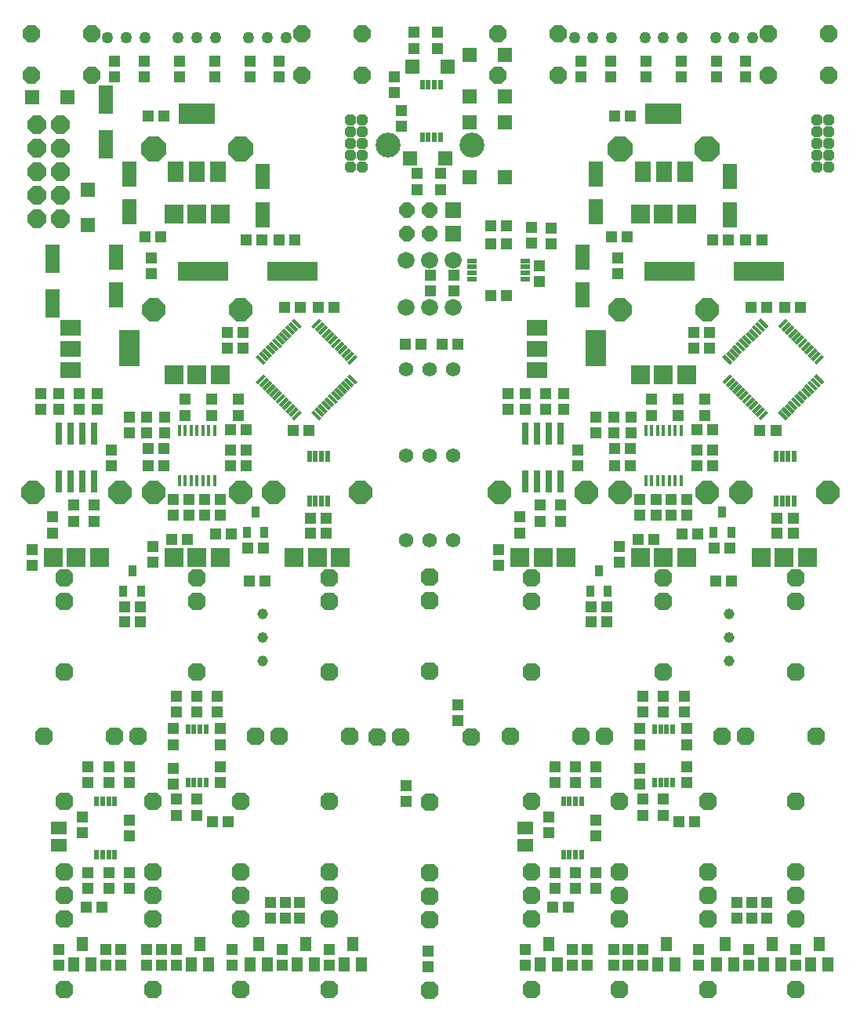
<source format=gts>
G75*
%MOIN*%
%OFA0B0*%
%FSLAX25Y25*%
%IPPOS*%
%LPD*%
%AMOC8*
5,1,8,0,0,1.08239X$1,22.5*
%
%ADD10R,0.08000X0.08000*%
%ADD11OC8,0.09680*%
%ADD12OC8,0.10600*%
%ADD13OC8,0.07200*%
%ADD14R,0.01600X0.04537*%
%ADD15R,0.04537X0.01600*%
%ADD16R,0.21600X0.08200*%
%ADD17R,0.04931X0.04537*%
%ADD18OC8,0.04800*%
%ADD19R,0.01800X0.04500*%
%ADD20R,0.04537X0.04931*%
%ADD21R,0.02962X0.09261*%
%ADD22R,0.04537X0.06112*%
%ADD23R,0.03356X0.04537*%
%ADD24R,0.06112X0.10836*%
%ADD25R,0.08500X0.06500*%
%ADD26R,0.08500X0.15600*%
%ADD27R,0.06500X0.08500*%
%ADD28R,0.15600X0.08500*%
%ADD29C,0.04956*%
%ADD30R,0.02214X0.04616*%
%ADD31R,0.01978X0.04143*%
%ADD32C,0.04600*%
%ADD33R,0.06506X0.05718*%
%ADD34OC8,0.07600*%
%ADD35R,0.06112X0.12411*%
%ADD36R,0.06112X0.06112*%
%ADD37OC8,0.08000*%
%ADD38C,0.06200*%
%ADD39C,0.07200*%
%ADD40R,0.04143X0.01978*%
%ADD41R,0.06531X0.06531*%
%ADD42OC8,0.06531*%
%ADD43C,0.10600*%
D10*
X0017369Y0192991D03*
X0027212Y0192991D03*
X0037054Y0192991D03*
X0068619Y0192991D03*
X0078462Y0192991D03*
X0088304Y0192991D03*
X0119869Y0192991D03*
X0129712Y0192991D03*
X0139554Y0192991D03*
X0088304Y0270617D03*
X0078462Y0270617D03*
X0068619Y0270617D03*
X0068619Y0339054D03*
X0078462Y0339054D03*
X0088304Y0339054D03*
X0215794Y0192991D03*
X0225637Y0192991D03*
X0235479Y0192991D03*
X0267044Y0192991D03*
X0276887Y0192991D03*
X0286729Y0192991D03*
X0318294Y0192991D03*
X0328137Y0192991D03*
X0337979Y0192991D03*
X0286729Y0270617D03*
X0276887Y0270617D03*
X0267044Y0270617D03*
X0267044Y0339054D03*
X0276887Y0339054D03*
X0286729Y0339054D03*
D11*
X0295391Y0298176D03*
X0258383Y0298176D03*
X0258383Y0220550D03*
X0244141Y0220550D03*
X0207133Y0220550D03*
X0148216Y0220550D03*
X0111208Y0220550D03*
X0096966Y0220550D03*
X0059958Y0220550D03*
X0045716Y0220550D03*
X0008708Y0220550D03*
X0059958Y0298176D03*
X0096966Y0298176D03*
X0295391Y0220550D03*
X0309633Y0220550D03*
X0346641Y0220550D03*
D12*
X0295391Y0366613D03*
X0258383Y0366613D03*
X0096966Y0366613D03*
X0059958Y0366613D03*
D13*
X0033762Y0397900D03*
X0033762Y0415700D03*
X0008162Y0415700D03*
X0008162Y0397900D03*
X0123162Y0397900D03*
X0123162Y0415700D03*
X0148762Y0415700D03*
X0148762Y0397900D03*
X0206587Y0397900D03*
X0206587Y0415700D03*
X0232187Y0415700D03*
X0232187Y0397900D03*
X0321587Y0397900D03*
X0321587Y0415700D03*
X0347187Y0415700D03*
X0347187Y0397900D03*
D14*
G36*
X0317180Y0293500D02*
X0318311Y0294631D01*
X0321518Y0291424D01*
X0320387Y0290293D01*
X0317180Y0293500D01*
G37*
G36*
X0315788Y0292108D02*
X0316919Y0293239D01*
X0320126Y0290032D01*
X0318995Y0288901D01*
X0315788Y0292108D01*
G37*
G36*
X0314396Y0290716D02*
X0315527Y0291847D01*
X0318734Y0288640D01*
X0317603Y0287509D01*
X0314396Y0290716D01*
G37*
G36*
X0313004Y0289324D02*
X0314135Y0290455D01*
X0317342Y0287248D01*
X0316211Y0286117D01*
X0313004Y0289324D01*
G37*
G36*
X0311612Y0287932D02*
X0312743Y0289063D01*
X0315950Y0285856D01*
X0314819Y0284725D01*
X0311612Y0287932D01*
G37*
G36*
X0310220Y0286540D02*
X0311351Y0287671D01*
X0314558Y0284464D01*
X0313427Y0283333D01*
X0310220Y0286540D01*
G37*
G36*
X0308828Y0285149D02*
X0309959Y0286280D01*
X0313166Y0283073D01*
X0312035Y0281942D01*
X0308828Y0285149D01*
G37*
G36*
X0307436Y0283757D02*
X0308567Y0284888D01*
X0311774Y0281681D01*
X0310643Y0280550D01*
X0307436Y0283757D01*
G37*
G36*
X0306044Y0282365D02*
X0307175Y0283496D01*
X0310382Y0280289D01*
X0309251Y0279158D01*
X0306044Y0282365D01*
G37*
G36*
X0304652Y0280973D02*
X0305783Y0282104D01*
X0308990Y0278897D01*
X0307859Y0277766D01*
X0304652Y0280973D01*
G37*
G36*
X0303260Y0279581D02*
X0304391Y0280712D01*
X0307598Y0277505D01*
X0306467Y0276374D01*
X0303260Y0279581D01*
G37*
G36*
X0301868Y0278189D02*
X0302999Y0279320D01*
X0306206Y0276113D01*
X0305075Y0274982D01*
X0301868Y0278189D01*
G37*
G36*
X0325531Y0254526D02*
X0326662Y0255657D01*
X0329869Y0252450D01*
X0328738Y0251319D01*
X0325531Y0254526D01*
G37*
G36*
X0326923Y0255918D02*
X0328054Y0257049D01*
X0331261Y0253842D01*
X0330130Y0252711D01*
X0326923Y0255918D01*
G37*
G36*
X0328315Y0257310D02*
X0329446Y0258441D01*
X0332653Y0255234D01*
X0331522Y0254103D01*
X0328315Y0257310D01*
G37*
G36*
X0329707Y0258702D02*
X0330838Y0259833D01*
X0334045Y0256626D01*
X0332914Y0255495D01*
X0329707Y0258702D01*
G37*
G36*
X0331099Y0260094D02*
X0332230Y0261225D01*
X0335437Y0258018D01*
X0334306Y0256887D01*
X0331099Y0260094D01*
G37*
G36*
X0332491Y0261486D02*
X0333622Y0262617D01*
X0336829Y0259410D01*
X0335698Y0258279D01*
X0332491Y0261486D01*
G37*
G36*
X0333883Y0262877D02*
X0335014Y0264008D01*
X0338221Y0260801D01*
X0337090Y0259670D01*
X0333883Y0262877D01*
G37*
G36*
X0335275Y0264269D02*
X0336406Y0265400D01*
X0339613Y0262193D01*
X0338482Y0261062D01*
X0335275Y0264269D01*
G37*
G36*
X0336667Y0265661D02*
X0337798Y0266792D01*
X0341005Y0263585D01*
X0339874Y0262454D01*
X0336667Y0265661D01*
G37*
G36*
X0338059Y0267053D02*
X0339190Y0268184D01*
X0342397Y0264977D01*
X0341266Y0263846D01*
X0338059Y0267053D01*
G37*
G36*
X0339451Y0268445D02*
X0340582Y0269576D01*
X0343789Y0266369D01*
X0342658Y0265238D01*
X0339451Y0268445D01*
G37*
G36*
X0340843Y0269837D02*
X0341974Y0270968D01*
X0345181Y0267761D01*
X0344050Y0266630D01*
X0340843Y0269837D01*
G37*
G36*
X0142417Y0269837D02*
X0143548Y0270968D01*
X0146755Y0267761D01*
X0145624Y0266630D01*
X0142417Y0269837D01*
G37*
G36*
X0141025Y0268445D02*
X0142156Y0269576D01*
X0145363Y0266369D01*
X0144232Y0265238D01*
X0141025Y0268445D01*
G37*
G36*
X0139634Y0267053D02*
X0140765Y0268184D01*
X0143972Y0264977D01*
X0142841Y0263846D01*
X0139634Y0267053D01*
G37*
G36*
X0138242Y0265661D02*
X0139373Y0266792D01*
X0142580Y0263585D01*
X0141449Y0262454D01*
X0138242Y0265661D01*
G37*
G36*
X0136850Y0264269D02*
X0137981Y0265400D01*
X0141188Y0262193D01*
X0140057Y0261062D01*
X0136850Y0264269D01*
G37*
G36*
X0135458Y0262877D02*
X0136589Y0264008D01*
X0139796Y0260801D01*
X0138665Y0259670D01*
X0135458Y0262877D01*
G37*
G36*
X0134066Y0261486D02*
X0135197Y0262617D01*
X0138404Y0259410D01*
X0137273Y0258279D01*
X0134066Y0261486D01*
G37*
G36*
X0132674Y0260094D02*
X0133805Y0261225D01*
X0137012Y0258018D01*
X0135881Y0256887D01*
X0132674Y0260094D01*
G37*
G36*
X0131282Y0258702D02*
X0132413Y0259833D01*
X0135620Y0256626D01*
X0134489Y0255495D01*
X0131282Y0258702D01*
G37*
G36*
X0129890Y0257310D02*
X0131021Y0258441D01*
X0134228Y0255234D01*
X0133097Y0254103D01*
X0129890Y0257310D01*
G37*
G36*
X0128498Y0255918D02*
X0129629Y0257049D01*
X0132836Y0253842D01*
X0131705Y0252711D01*
X0128498Y0255918D01*
G37*
G36*
X0127106Y0254526D02*
X0128237Y0255657D01*
X0131444Y0252450D01*
X0130313Y0251319D01*
X0127106Y0254526D01*
G37*
G36*
X0103443Y0278189D02*
X0104574Y0279320D01*
X0107781Y0276113D01*
X0106650Y0274982D01*
X0103443Y0278189D01*
G37*
G36*
X0104835Y0279581D02*
X0105966Y0280712D01*
X0109173Y0277505D01*
X0108042Y0276374D01*
X0104835Y0279581D01*
G37*
G36*
X0106227Y0280973D02*
X0107358Y0282104D01*
X0110565Y0278897D01*
X0109434Y0277766D01*
X0106227Y0280973D01*
G37*
G36*
X0107619Y0282365D02*
X0108750Y0283496D01*
X0111957Y0280289D01*
X0110826Y0279158D01*
X0107619Y0282365D01*
G37*
G36*
X0109011Y0283757D02*
X0110142Y0284888D01*
X0113349Y0281681D01*
X0112218Y0280550D01*
X0109011Y0283757D01*
G37*
G36*
X0110403Y0285149D02*
X0111534Y0286280D01*
X0114741Y0283073D01*
X0113610Y0281942D01*
X0110403Y0285149D01*
G37*
G36*
X0111795Y0286540D02*
X0112926Y0287671D01*
X0116133Y0284464D01*
X0115002Y0283333D01*
X0111795Y0286540D01*
G37*
G36*
X0113187Y0287932D02*
X0114318Y0289063D01*
X0117525Y0285856D01*
X0116394Y0284725D01*
X0113187Y0287932D01*
G37*
G36*
X0114579Y0289324D02*
X0115710Y0290455D01*
X0118917Y0287248D01*
X0117786Y0286117D01*
X0114579Y0289324D01*
G37*
G36*
X0115971Y0290716D02*
X0117102Y0291847D01*
X0120309Y0288640D01*
X0119178Y0287509D01*
X0115971Y0290716D01*
G37*
G36*
X0117362Y0292108D02*
X0118493Y0293239D01*
X0121700Y0290032D01*
X0120569Y0288901D01*
X0117362Y0292108D01*
G37*
G36*
X0118754Y0293500D02*
X0119885Y0294631D01*
X0123092Y0291424D01*
X0121961Y0290293D01*
X0118754Y0293500D01*
G37*
D15*
G36*
X0127106Y0291424D02*
X0130313Y0294631D01*
X0131444Y0293500D01*
X0128237Y0290293D01*
X0127106Y0291424D01*
G37*
G36*
X0128498Y0290032D02*
X0131705Y0293239D01*
X0132836Y0292108D01*
X0129629Y0288901D01*
X0128498Y0290032D01*
G37*
G36*
X0129890Y0288640D02*
X0133097Y0291847D01*
X0134228Y0290716D01*
X0131021Y0287509D01*
X0129890Y0288640D01*
G37*
G36*
X0131282Y0287248D02*
X0134489Y0290455D01*
X0135620Y0289324D01*
X0132413Y0286117D01*
X0131282Y0287248D01*
G37*
G36*
X0132674Y0285856D02*
X0135881Y0289063D01*
X0137012Y0287932D01*
X0133805Y0284725D01*
X0132674Y0285856D01*
G37*
G36*
X0134066Y0284464D02*
X0137273Y0287671D01*
X0138404Y0286540D01*
X0135197Y0283333D01*
X0134066Y0284464D01*
G37*
G36*
X0135458Y0283073D02*
X0138665Y0286280D01*
X0139796Y0285149D01*
X0136589Y0281942D01*
X0135458Y0283073D01*
G37*
G36*
X0136850Y0281681D02*
X0140057Y0284888D01*
X0141188Y0283757D01*
X0137981Y0280550D01*
X0136850Y0281681D01*
G37*
G36*
X0138242Y0280289D02*
X0141449Y0283496D01*
X0142580Y0282365D01*
X0139373Y0279158D01*
X0138242Y0280289D01*
G37*
G36*
X0139634Y0278897D02*
X0142841Y0282104D01*
X0143972Y0280973D01*
X0140765Y0277766D01*
X0139634Y0278897D01*
G37*
G36*
X0141025Y0277505D02*
X0144232Y0280712D01*
X0145363Y0279581D01*
X0142156Y0276374D01*
X0141025Y0277505D01*
G37*
G36*
X0142417Y0276113D02*
X0145624Y0279320D01*
X0146755Y0278189D01*
X0143548Y0274982D01*
X0142417Y0276113D01*
G37*
G36*
X0118754Y0252450D02*
X0121961Y0255657D01*
X0123092Y0254526D01*
X0119885Y0251319D01*
X0118754Y0252450D01*
G37*
G36*
X0117362Y0253842D02*
X0120569Y0257049D01*
X0121700Y0255918D01*
X0118493Y0252711D01*
X0117362Y0253842D01*
G37*
G36*
X0115971Y0255234D02*
X0119178Y0258441D01*
X0120309Y0257310D01*
X0117102Y0254103D01*
X0115971Y0255234D01*
G37*
G36*
X0114579Y0256626D02*
X0117786Y0259833D01*
X0118917Y0258702D01*
X0115710Y0255495D01*
X0114579Y0256626D01*
G37*
G36*
X0113187Y0258018D02*
X0116394Y0261225D01*
X0117525Y0260094D01*
X0114318Y0256887D01*
X0113187Y0258018D01*
G37*
G36*
X0111795Y0259410D02*
X0115002Y0262617D01*
X0116133Y0261486D01*
X0112926Y0258279D01*
X0111795Y0259410D01*
G37*
G36*
X0110403Y0260801D02*
X0113610Y0264008D01*
X0114741Y0262877D01*
X0111534Y0259670D01*
X0110403Y0260801D01*
G37*
G36*
X0109011Y0262193D02*
X0112218Y0265400D01*
X0113349Y0264269D01*
X0110142Y0261062D01*
X0109011Y0262193D01*
G37*
G36*
X0107619Y0263585D02*
X0110826Y0266792D01*
X0111957Y0265661D01*
X0108750Y0262454D01*
X0107619Y0263585D01*
G37*
G36*
X0106227Y0264977D02*
X0109434Y0268184D01*
X0110565Y0267053D01*
X0107358Y0263846D01*
X0106227Y0264977D01*
G37*
G36*
X0104835Y0266369D02*
X0108042Y0269576D01*
X0109173Y0268445D01*
X0105966Y0265238D01*
X0104835Y0266369D01*
G37*
G36*
X0103443Y0267761D02*
X0106650Y0270968D01*
X0107781Y0269837D01*
X0104574Y0266630D01*
X0103443Y0267761D01*
G37*
G36*
X0301868Y0267761D02*
X0305075Y0270968D01*
X0306206Y0269837D01*
X0302999Y0266630D01*
X0301868Y0267761D01*
G37*
G36*
X0303260Y0266369D02*
X0306467Y0269576D01*
X0307598Y0268445D01*
X0304391Y0265238D01*
X0303260Y0266369D01*
G37*
G36*
X0304652Y0264977D02*
X0307859Y0268184D01*
X0308990Y0267053D01*
X0305783Y0263846D01*
X0304652Y0264977D01*
G37*
G36*
X0306044Y0263585D02*
X0309251Y0266792D01*
X0310382Y0265661D01*
X0307175Y0262454D01*
X0306044Y0263585D01*
G37*
G36*
X0307436Y0262193D02*
X0310643Y0265400D01*
X0311774Y0264269D01*
X0308567Y0261062D01*
X0307436Y0262193D01*
G37*
G36*
X0308828Y0260801D02*
X0312035Y0264008D01*
X0313166Y0262877D01*
X0309959Y0259670D01*
X0308828Y0260801D01*
G37*
G36*
X0310220Y0259410D02*
X0313427Y0262617D01*
X0314558Y0261486D01*
X0311351Y0258279D01*
X0310220Y0259410D01*
G37*
G36*
X0311612Y0258018D02*
X0314819Y0261225D01*
X0315950Y0260094D01*
X0312743Y0256887D01*
X0311612Y0258018D01*
G37*
G36*
X0313004Y0256626D02*
X0316211Y0259833D01*
X0317342Y0258702D01*
X0314135Y0255495D01*
X0313004Y0256626D01*
G37*
G36*
X0314396Y0255234D02*
X0317603Y0258441D01*
X0318734Y0257310D01*
X0315527Y0254103D01*
X0314396Y0255234D01*
G37*
G36*
X0315788Y0253842D02*
X0318995Y0257049D01*
X0320126Y0255918D01*
X0316919Y0252711D01*
X0315788Y0253842D01*
G37*
G36*
X0317180Y0252450D02*
X0320387Y0255657D01*
X0321518Y0254526D01*
X0318311Y0251319D01*
X0317180Y0252450D01*
G37*
G36*
X0339451Y0277505D02*
X0342658Y0280712D01*
X0343789Y0279581D01*
X0340582Y0276374D01*
X0339451Y0277505D01*
G37*
G36*
X0338059Y0278897D02*
X0341266Y0282104D01*
X0342397Y0280973D01*
X0339190Y0277766D01*
X0338059Y0278897D01*
G37*
G36*
X0336667Y0280289D02*
X0339874Y0283496D01*
X0341005Y0282365D01*
X0337798Y0279158D01*
X0336667Y0280289D01*
G37*
G36*
X0335275Y0281681D02*
X0338482Y0284888D01*
X0339613Y0283757D01*
X0336406Y0280550D01*
X0335275Y0281681D01*
G37*
G36*
X0333883Y0283073D02*
X0337090Y0286280D01*
X0338221Y0285149D01*
X0335014Y0281942D01*
X0333883Y0283073D01*
G37*
G36*
X0332491Y0284464D02*
X0335698Y0287671D01*
X0336829Y0286540D01*
X0333622Y0283333D01*
X0332491Y0284464D01*
G37*
G36*
X0331099Y0285856D02*
X0334306Y0289063D01*
X0335437Y0287932D01*
X0332230Y0284725D01*
X0331099Y0285856D01*
G37*
G36*
X0329707Y0287248D02*
X0332914Y0290455D01*
X0334045Y0289324D01*
X0330838Y0286117D01*
X0329707Y0287248D01*
G37*
G36*
X0328315Y0288640D02*
X0331522Y0291847D01*
X0332653Y0290716D01*
X0329446Y0287509D01*
X0328315Y0288640D01*
G37*
G36*
X0326923Y0290032D02*
X0330130Y0293239D01*
X0331261Y0292108D01*
X0328054Y0288901D01*
X0326923Y0290032D01*
G37*
G36*
X0325531Y0291424D02*
X0328738Y0294631D01*
X0329869Y0293500D01*
X0326662Y0290293D01*
X0325531Y0291424D01*
G37*
G36*
X0340843Y0276113D02*
X0344050Y0279320D01*
X0345181Y0278189D01*
X0341974Y0274982D01*
X0340843Y0276113D01*
G37*
D16*
X0317543Y0314710D03*
X0279543Y0314710D03*
X0119118Y0314710D03*
X0081118Y0314710D03*
D17*
X0019712Y0019704D03*
X0019712Y0026396D03*
X0039712Y0026396D03*
X0045962Y0026396D03*
X0045962Y0019704D03*
X0039712Y0019704D03*
X0057212Y0019704D03*
X0063462Y0019704D03*
X0069712Y0019704D03*
X0069712Y0026396D03*
X0063462Y0026396D03*
X0057212Y0026396D03*
X0040962Y0052204D03*
X0040962Y0058896D03*
X0032212Y0058896D03*
X0032212Y0052204D03*
X0032212Y0097204D03*
X0032212Y0103896D03*
X0040962Y0103896D03*
X0040962Y0097204D03*
X0069712Y0090146D03*
X0069712Y0083454D03*
X0088462Y0113454D03*
X0088462Y0120146D03*
X0087212Y0127204D03*
X0087212Y0133896D03*
X0078462Y0133896D03*
X0078462Y0127204D03*
X0069712Y0127204D03*
X0069712Y0133896D03*
X0054308Y0171800D03*
X0047615Y0171800D03*
X0059712Y0190954D03*
X0059712Y0197646D03*
X0075212Y0210954D03*
X0081712Y0210954D03*
X0081712Y0217646D03*
X0075212Y0217646D03*
X0064308Y0231800D03*
X0057615Y0231800D03*
X0057212Y0245954D03*
X0057212Y0252646D03*
X0049712Y0252646D03*
X0049712Y0245954D03*
X0028462Y0255954D03*
X0028462Y0262646D03*
X0019712Y0262646D03*
X0019712Y0255954D03*
X0012212Y0255954D03*
X0012212Y0262646D03*
X0025962Y0215146D03*
X0025962Y0208454D03*
X0017212Y0210146D03*
X0017212Y0203454D03*
X0008462Y0196396D03*
X0008462Y0189704D03*
X0073462Y0253454D03*
X0073462Y0260146D03*
X0084712Y0260146D03*
X0084712Y0253454D03*
X0092615Y0247425D03*
X0095962Y0253454D03*
X0099308Y0247425D03*
X0095962Y0260146D03*
X0098058Y0282051D03*
X0098058Y0288488D03*
X0091365Y0288488D03*
X0091365Y0282051D03*
X0115740Y0299300D03*
X0122433Y0299300D03*
X0130115Y0299300D03*
X0136808Y0299300D03*
X0120179Y0327981D03*
X0113486Y0327981D03*
X0105962Y0328060D03*
X0099269Y0328060D03*
X0064308Y0380550D03*
X0057615Y0380550D03*
X0055962Y0397204D03*
X0055962Y0403896D03*
X0043462Y0403896D03*
X0043462Y0397204D03*
X0070962Y0397204D03*
X0070962Y0403896D03*
X0085962Y0403896D03*
X0085962Y0397204D03*
X0100962Y0397204D03*
X0100962Y0403896D03*
X0113462Y0403896D03*
X0113462Y0397204D03*
X0170676Y0409438D03*
X0170676Y0416131D03*
X0180676Y0416131D03*
X0180676Y0409438D03*
X0181926Y0356131D03*
X0181926Y0349438D03*
X0171926Y0349438D03*
X0171926Y0356131D03*
X0203334Y0326209D03*
X0210027Y0326209D03*
X0220853Y0326603D03*
X0220853Y0333296D03*
X0228924Y0333099D03*
X0228924Y0326406D03*
X0224003Y0316957D03*
X0224003Y0310265D03*
X0210027Y0304162D03*
X0203334Y0304162D03*
X0187783Y0306131D03*
X0187783Y0312824D03*
X0210637Y0262646D03*
X0210637Y0255954D03*
X0218137Y0255954D03*
X0218137Y0262646D03*
X0226887Y0262646D03*
X0226887Y0255954D03*
X0248137Y0252646D03*
X0248137Y0245954D03*
X0255637Y0245954D03*
X0255637Y0252646D03*
X0271887Y0253454D03*
X0271887Y0260146D03*
X0283137Y0260146D03*
X0283137Y0253454D03*
X0291040Y0247425D03*
X0294387Y0253454D03*
X0297733Y0247425D03*
X0294387Y0260146D03*
X0296483Y0282051D03*
X0296483Y0288488D03*
X0289790Y0288488D03*
X0289790Y0282051D03*
X0314165Y0299300D03*
X0320858Y0299300D03*
X0328540Y0299300D03*
X0335233Y0299300D03*
X0318604Y0327981D03*
X0311912Y0327981D03*
X0304387Y0328060D03*
X0297694Y0328060D03*
X0262733Y0380550D03*
X0256040Y0380550D03*
X0254387Y0397204D03*
X0254387Y0403896D03*
X0241887Y0403896D03*
X0241887Y0397204D03*
X0269387Y0397204D03*
X0269387Y0403896D03*
X0284387Y0403896D03*
X0284387Y0397204D03*
X0299387Y0397204D03*
X0299387Y0403896D03*
X0311887Y0403896D03*
X0311887Y0397204D03*
X0317915Y0246800D03*
X0324608Y0246800D03*
X0297733Y0231800D03*
X0291040Y0231800D03*
X0286887Y0217646D03*
X0286887Y0210954D03*
X0280137Y0210954D03*
X0273637Y0210954D03*
X0273637Y0217646D03*
X0280137Y0217646D03*
X0262733Y0231800D03*
X0256040Y0231800D03*
X0258137Y0197646D03*
X0258137Y0190954D03*
X0252733Y0171800D03*
X0246040Y0171800D03*
X0224387Y0208454D03*
X0224387Y0215146D03*
X0215637Y0210146D03*
X0215637Y0203454D03*
X0206887Y0196396D03*
X0206887Y0189704D03*
X0189348Y0130284D03*
X0189348Y0123591D03*
X0167320Y0095875D03*
X0167320Y0089182D03*
X0122212Y0046396D03*
X0115962Y0046396D03*
X0115962Y0039704D03*
X0122212Y0039704D03*
X0109712Y0039704D03*
X0109712Y0046396D03*
X0114712Y0026396D03*
X0114712Y0019704D03*
X0134712Y0019704D03*
X0134712Y0026396D03*
X0093462Y0026396D03*
X0093462Y0019704D03*
X0176759Y0018926D03*
X0176759Y0025619D03*
X0218137Y0026396D03*
X0218137Y0019704D03*
X0238137Y0019704D03*
X0244387Y0019704D03*
X0244387Y0026396D03*
X0238137Y0026396D03*
X0255637Y0026396D03*
X0261887Y0026396D03*
X0268137Y0026396D03*
X0268137Y0019704D03*
X0261887Y0019704D03*
X0255637Y0019704D03*
X0239387Y0052204D03*
X0239387Y0058896D03*
X0230637Y0058896D03*
X0230637Y0052204D03*
X0230637Y0097204D03*
X0230637Y0103896D03*
X0239387Y0103896D03*
X0239387Y0097204D03*
X0268137Y0090146D03*
X0268137Y0083454D03*
X0286887Y0113454D03*
X0286887Y0120146D03*
X0285637Y0127204D03*
X0285637Y0133896D03*
X0276887Y0133896D03*
X0276887Y0127204D03*
X0268137Y0127204D03*
X0268137Y0133896D03*
X0298540Y0196800D03*
X0305233Y0196800D03*
X0325233Y0203355D03*
X0325233Y0209605D03*
X0331926Y0209605D03*
X0331926Y0203355D03*
X0320637Y0046396D03*
X0320637Y0039704D03*
X0314387Y0039704D03*
X0314387Y0046396D03*
X0308137Y0046396D03*
X0308137Y0039704D03*
X0313137Y0026396D03*
X0313137Y0019704D03*
X0291887Y0019704D03*
X0291887Y0026396D03*
X0333137Y0026396D03*
X0333137Y0019704D03*
X0133501Y0203355D03*
X0133501Y0209605D03*
X0126808Y0209605D03*
X0126808Y0203355D03*
X0106808Y0196800D03*
X0100115Y0196800D03*
X0088462Y0210954D03*
X0088462Y0217646D03*
X0092615Y0231800D03*
X0099308Y0231800D03*
X0119490Y0246800D03*
X0126183Y0246800D03*
D18*
X0143600Y0359088D03*
X0143600Y0364088D03*
X0148600Y0364088D03*
X0148600Y0359088D03*
X0148600Y0369088D03*
X0148600Y0374088D03*
X0148600Y0379088D03*
X0143600Y0379088D03*
X0143600Y0374088D03*
X0143600Y0369088D03*
X0342025Y0369088D03*
X0342025Y0374088D03*
X0342025Y0379088D03*
X0347025Y0379088D03*
X0347025Y0374088D03*
X0347025Y0369088D03*
X0347025Y0364088D03*
X0347025Y0359088D03*
X0342025Y0359088D03*
X0342025Y0364088D03*
D19*
X0284387Y0246880D03*
X0281887Y0246880D03*
X0279387Y0246880D03*
X0276887Y0246880D03*
X0274387Y0246880D03*
X0271887Y0246880D03*
X0269387Y0246880D03*
X0269387Y0225480D03*
X0271887Y0225480D03*
X0274387Y0225480D03*
X0276887Y0225480D03*
X0279387Y0225480D03*
X0281887Y0225480D03*
X0284387Y0225480D03*
X0085962Y0225480D03*
X0083462Y0225480D03*
X0080962Y0225480D03*
X0078462Y0225480D03*
X0075962Y0225480D03*
X0073462Y0225480D03*
X0070962Y0225480D03*
X0070962Y0246880D03*
X0073462Y0246880D03*
X0075962Y0246880D03*
X0078462Y0246880D03*
X0080962Y0246880D03*
X0083462Y0246880D03*
X0085962Y0246880D03*
D20*
X0092615Y0238670D03*
X0099308Y0238670D03*
X0068462Y0217646D03*
X0068462Y0210954D03*
X0067615Y0200550D03*
X0074308Y0200550D03*
X0086365Y0203050D03*
X0093058Y0203050D03*
X0100735Y0183050D03*
X0107428Y0183050D03*
X0064308Y0239300D03*
X0064712Y0245954D03*
X0057615Y0239300D03*
X0064712Y0252646D03*
X0042051Y0238533D03*
X0042051Y0231841D03*
X0034712Y0215146D03*
X0034712Y0208454D03*
X0047615Y0165550D03*
X0054308Y0165550D03*
X0068462Y0120146D03*
X0068462Y0113454D03*
X0068462Y0103276D03*
X0068462Y0096583D03*
X0078462Y0090146D03*
X0078462Y0083454D03*
X0085115Y0080550D03*
X0091808Y0080550D03*
X0088462Y0097204D03*
X0088462Y0103896D03*
X0049712Y0103896D03*
X0049712Y0097204D03*
X0049712Y0081396D03*
X0049712Y0074704D03*
X0049712Y0058896D03*
X0049712Y0052204D03*
X0038058Y0044300D03*
X0031365Y0044300D03*
X0029712Y0075954D03*
X0029712Y0082646D03*
X0035962Y0255954D03*
X0035962Y0262646D03*
X0059131Y0313660D03*
X0059131Y0320353D03*
X0056365Y0329300D03*
X0063058Y0329300D03*
X0165470Y0376150D03*
X0165470Y0382843D03*
X0162320Y0390747D03*
X0162320Y0397440D03*
X0203334Y0334083D03*
X0210027Y0334083D03*
X0177743Y0312824D03*
X0177743Y0306131D03*
X0173806Y0283690D03*
X0167113Y0283690D03*
X0182861Y0283690D03*
X0189554Y0283690D03*
X0234387Y0262646D03*
X0234387Y0255954D03*
X0240476Y0238533D03*
X0240476Y0231841D03*
X0233137Y0215146D03*
X0233137Y0208454D03*
X0256040Y0239300D03*
X0262733Y0239300D03*
X0263137Y0245954D03*
X0263137Y0252646D03*
X0291040Y0238670D03*
X0297733Y0238670D03*
X0266887Y0217646D03*
X0266887Y0210954D03*
X0266040Y0200550D03*
X0272733Y0200550D03*
X0284790Y0203050D03*
X0291483Y0203050D03*
X0299161Y0183050D03*
X0305853Y0183050D03*
X0252733Y0165550D03*
X0246040Y0165550D03*
X0266887Y0120146D03*
X0266887Y0113454D03*
X0266887Y0103276D03*
X0266887Y0096583D03*
X0276887Y0090146D03*
X0276887Y0083454D03*
X0283540Y0080550D03*
X0290233Y0080550D03*
X0286887Y0097204D03*
X0286887Y0103896D03*
X0248137Y0103896D03*
X0248137Y0097204D03*
X0248137Y0081396D03*
X0248137Y0074704D03*
X0248137Y0058896D03*
X0248137Y0052204D03*
X0236483Y0044300D03*
X0229790Y0044300D03*
X0228137Y0075954D03*
X0228137Y0082646D03*
X0257556Y0313660D03*
X0257556Y0320353D03*
X0254790Y0329300D03*
X0261483Y0329300D03*
D21*
X0233137Y0245786D03*
X0228137Y0245786D03*
X0223137Y0245786D03*
X0218137Y0245786D03*
X0218137Y0225314D03*
X0223137Y0225314D03*
X0228137Y0225314D03*
X0233137Y0225314D03*
X0034712Y0225314D03*
X0029712Y0225314D03*
X0024712Y0225314D03*
X0019712Y0225314D03*
X0019712Y0245786D03*
X0024712Y0245786D03*
X0029712Y0245786D03*
X0034712Y0245786D03*
D22*
X0029712Y0028631D03*
X0033452Y0019969D03*
X0025972Y0019969D03*
X0075972Y0019969D03*
X0083452Y0019969D03*
X0079712Y0028631D03*
X0100972Y0019969D03*
X0108452Y0019969D03*
X0104712Y0028631D03*
X0120972Y0019969D03*
X0128452Y0019969D03*
X0124712Y0028631D03*
X0140972Y0019969D03*
X0148452Y0019969D03*
X0144712Y0028631D03*
X0224397Y0019969D03*
X0231877Y0019969D03*
X0228137Y0028631D03*
X0274397Y0019969D03*
X0281877Y0019969D03*
X0278137Y0028631D03*
X0299397Y0019969D03*
X0306877Y0019969D03*
X0303137Y0028631D03*
X0319397Y0019969D03*
X0326877Y0019969D03*
X0323137Y0028631D03*
X0339397Y0019969D03*
X0346877Y0019969D03*
X0343137Y0028631D03*
D23*
X0253127Y0178719D03*
X0245647Y0178719D03*
X0249387Y0187381D03*
X0298147Y0203719D03*
X0305627Y0203719D03*
X0301887Y0212381D03*
X0107202Y0203719D03*
X0099722Y0203719D03*
X0103462Y0212381D03*
X0054702Y0178719D03*
X0047222Y0178719D03*
X0050962Y0187381D03*
D24*
X0044086Y0304479D03*
X0044086Y0320621D03*
X0049712Y0339979D03*
X0049712Y0356121D03*
X0106587Y0354871D03*
X0106587Y0338729D03*
X0242511Y0320621D03*
X0242511Y0304479D03*
X0248137Y0339979D03*
X0248137Y0356121D03*
X0305012Y0354871D03*
X0305012Y0338729D03*
D25*
X0223237Y0290700D03*
X0223237Y0281700D03*
X0223237Y0272700D03*
X0024812Y0272700D03*
X0024812Y0281700D03*
X0024812Y0290700D03*
D26*
X0049612Y0281800D03*
X0248037Y0281800D03*
D27*
X0267987Y0356900D03*
X0276987Y0356900D03*
X0285987Y0356900D03*
X0087562Y0356900D03*
X0078562Y0356900D03*
X0069562Y0356900D03*
D28*
X0078462Y0381700D03*
X0276887Y0381700D03*
D29*
X0276887Y0413936D03*
X0269013Y0413936D03*
X0254761Y0413936D03*
X0246887Y0413936D03*
X0239013Y0413936D03*
X0284761Y0413936D03*
X0299013Y0413936D03*
X0306887Y0413936D03*
X0314761Y0413936D03*
X0116336Y0413936D03*
X0108462Y0413936D03*
X0100588Y0413936D03*
X0086336Y0413936D03*
X0078462Y0413936D03*
X0070588Y0413936D03*
X0056336Y0413936D03*
X0048462Y0413936D03*
X0040588Y0413936D03*
D30*
X0126316Y0235929D03*
X0128875Y0235929D03*
X0131434Y0235929D03*
X0133993Y0235929D03*
X0133993Y0217031D03*
X0131434Y0217031D03*
X0128875Y0217031D03*
X0126316Y0217031D03*
X0324741Y0217031D03*
X0327300Y0217031D03*
X0329859Y0217031D03*
X0332418Y0217031D03*
X0332418Y0235929D03*
X0329859Y0235929D03*
X0327300Y0235929D03*
X0324741Y0235929D03*
D31*
X0280726Y0119989D03*
X0278166Y0119989D03*
X0275607Y0119989D03*
X0273048Y0119989D03*
X0273048Y0097351D03*
X0275607Y0097351D03*
X0278166Y0097351D03*
X0280726Y0097351D03*
X0241976Y0089369D03*
X0239416Y0089369D03*
X0236857Y0089369D03*
X0234298Y0089369D03*
X0234298Y0066731D03*
X0236857Y0066731D03*
X0239416Y0066731D03*
X0241976Y0066731D03*
X0082300Y0097351D03*
X0079741Y0097351D03*
X0077182Y0097351D03*
X0074623Y0097351D03*
X0074623Y0119989D03*
X0077182Y0119989D03*
X0079741Y0119989D03*
X0082300Y0119989D03*
X0043550Y0089369D03*
X0040991Y0089369D03*
X0038432Y0089369D03*
X0035873Y0089369D03*
X0035873Y0066731D03*
X0038432Y0066731D03*
X0040991Y0066731D03*
X0043550Y0066731D03*
X0174338Y0371465D03*
X0176897Y0371465D03*
X0179456Y0371465D03*
X0182015Y0371465D03*
X0182015Y0394103D03*
X0179456Y0394103D03*
X0176897Y0394103D03*
X0174338Y0394103D03*
D32*
X0106287Y0169113D03*
X0106287Y0159113D03*
X0106287Y0149113D03*
X0304712Y0149113D03*
X0304712Y0159113D03*
X0304712Y0169113D03*
D33*
X0218137Y0078040D03*
X0218137Y0070560D03*
X0019712Y0070560D03*
X0019712Y0078040D03*
D34*
X0022212Y0089300D03*
X0013451Y0116800D03*
X0022212Y0144300D03*
X0022212Y0174300D03*
X0022212Y0184300D03*
X0078462Y0184300D03*
X0078462Y0174300D03*
X0078462Y0144300D03*
X0103462Y0116800D03*
X0113462Y0116800D03*
X0097212Y0089300D03*
X0097212Y0059300D03*
X0097212Y0049300D03*
X0097212Y0049300D03*
X0097212Y0039300D03*
X0097212Y0009300D03*
X0059712Y0009300D03*
X0059712Y0039300D03*
X0059712Y0049300D03*
X0059712Y0049300D03*
X0059712Y0059300D03*
X0059712Y0089300D03*
X0053451Y0116800D03*
X0043451Y0116800D03*
X0022212Y0059300D03*
X0022212Y0049300D03*
X0022212Y0049300D03*
X0022212Y0039300D03*
X0022212Y0009300D03*
X0134712Y0009300D03*
X0134712Y0039300D03*
X0134712Y0049300D03*
X0134712Y0049300D03*
X0134712Y0059300D03*
X0134712Y0089300D03*
X0143462Y0116800D03*
X0155046Y0116761D03*
X0165046Y0116761D03*
X0177546Y0144536D03*
X0177546Y0174536D03*
X0177546Y0184536D03*
X0134712Y0184300D03*
X0134712Y0174300D03*
X0134712Y0144300D03*
X0177546Y0088985D03*
X0177546Y0058985D03*
X0177546Y0049103D03*
X0177546Y0048985D03*
X0177546Y0039103D03*
X0177546Y0009103D03*
X0220637Y0009300D03*
X0220637Y0039300D03*
X0220637Y0049300D03*
X0220637Y0049300D03*
X0220637Y0059300D03*
X0220637Y0089300D03*
X0211876Y0116800D03*
X0195046Y0116761D03*
X0220637Y0144300D03*
X0220637Y0174300D03*
X0220637Y0184300D03*
X0276887Y0184300D03*
X0276887Y0174300D03*
X0276887Y0144300D03*
X0301887Y0116800D03*
X0311887Y0116800D03*
X0295637Y0089300D03*
X0295637Y0059300D03*
X0295637Y0049300D03*
X0295637Y0049300D03*
X0295637Y0039300D03*
X0295637Y0009300D03*
X0333137Y0009300D03*
X0333137Y0039300D03*
X0333137Y0049300D03*
X0333137Y0049300D03*
X0333137Y0059300D03*
X0333137Y0089300D03*
X0341887Y0116800D03*
X0333137Y0144300D03*
X0333137Y0174300D03*
X0333137Y0184300D03*
X0258137Y0089300D03*
X0251876Y0116800D03*
X0241876Y0116800D03*
X0258137Y0059300D03*
X0258137Y0049300D03*
X0258137Y0049300D03*
X0258137Y0039300D03*
X0258137Y0009300D03*
D35*
X0017212Y0301101D03*
X0017212Y0319999D03*
X0039712Y0368601D03*
X0039712Y0387499D03*
D36*
X0023442Y0388675D03*
X0008481Y0388675D03*
X0032212Y0349280D03*
X0032212Y0334320D03*
X0169146Y0362784D03*
X0184107Y0362784D03*
X0194446Y0354585D03*
X0209407Y0354585D03*
X0209407Y0378109D03*
X0209407Y0389034D03*
X0194446Y0389034D03*
X0194446Y0378109D03*
X0185031Y0401534D03*
X0194446Y0406652D03*
X0209407Y0406652D03*
X0170071Y0401534D03*
D37*
X0020337Y0376800D03*
X0020337Y0366800D03*
X0020337Y0356800D03*
X0020337Y0346800D03*
X0020337Y0336800D03*
X0010337Y0336800D03*
X0010337Y0346800D03*
X0010337Y0356800D03*
X0010337Y0366800D03*
X0010337Y0376800D03*
D38*
X0167546Y0273060D03*
X0177546Y0273060D03*
X0187546Y0273060D03*
X0187546Y0236446D03*
X0177546Y0236446D03*
X0167546Y0236446D03*
X0167546Y0200225D03*
X0177546Y0200225D03*
X0187546Y0200225D03*
D39*
X0187546Y0299280D03*
X0177546Y0299280D03*
X0167546Y0299280D03*
X0167546Y0319280D03*
X0177546Y0319280D03*
X0187546Y0319280D03*
D40*
X0195361Y0319024D03*
X0195361Y0316465D03*
X0195361Y0313906D03*
X0195361Y0311347D03*
X0217999Y0311347D03*
X0217999Y0313906D03*
X0217999Y0316465D03*
X0217999Y0319024D03*
D41*
X0187389Y0330776D03*
X0187389Y0340776D03*
D42*
X0177546Y0340776D03*
X0167704Y0340776D03*
X0167704Y0330776D03*
X0177546Y0330776D03*
D43*
X0159830Y0368335D03*
X0195263Y0368335D03*
M02*

</source>
